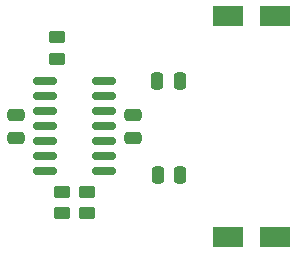
<source format=gbr>
%TF.GenerationSoftware,KiCad,Pcbnew,(6.0.2)*%
%TF.CreationDate,2022-04-19T11:47:42+01:00*%
%TF.ProjectId,1u-mult,31752d6d-756c-4742-9e6b-696361645f70,rev?*%
%TF.SameCoordinates,Original*%
%TF.FileFunction,Paste,Top*%
%TF.FilePolarity,Positive*%
%FSLAX46Y46*%
G04 Gerber Fmt 4.6, Leading zero omitted, Abs format (unit mm)*
G04 Created by KiCad (PCBNEW (6.0.2)) date 2022-04-19 11:47:42*
%MOMM*%
%LPD*%
G01*
G04 APERTURE LIST*
G04 Aperture macros list*
%AMRoundRect*
0 Rectangle with rounded corners*
0 $1 Rounding radius*
0 $2 $3 $4 $5 $6 $7 $8 $9 X,Y pos of 4 corners*
0 Add a 4 corners polygon primitive as box body*
4,1,4,$2,$3,$4,$5,$6,$7,$8,$9,$2,$3,0*
0 Add four circle primitives for the rounded corners*
1,1,$1+$1,$2,$3*
1,1,$1+$1,$4,$5*
1,1,$1+$1,$6,$7*
1,1,$1+$1,$8,$9*
0 Add four rect primitives between the rounded corners*
20,1,$1+$1,$2,$3,$4,$5,0*
20,1,$1+$1,$4,$5,$6,$7,0*
20,1,$1+$1,$6,$7,$8,$9,0*
20,1,$1+$1,$8,$9,$2,$3,0*%
G04 Aperture macros list end*
%ADD10R,2.500000X1.800000*%
%ADD11RoundRect,0.150000X-0.825000X-0.150000X0.825000X-0.150000X0.825000X0.150000X-0.825000X0.150000X0*%
%ADD12RoundRect,0.250000X0.250000X0.475000X-0.250000X0.475000X-0.250000X-0.475000X0.250000X-0.475000X0*%
%ADD13RoundRect,0.250000X-0.450000X0.262500X-0.450000X-0.262500X0.450000X-0.262500X0.450000X0.262500X0*%
%ADD14RoundRect,0.250000X0.450000X-0.262500X0.450000X0.262500X-0.450000X0.262500X-0.450000X-0.262500X0*%
%ADD15RoundRect,0.250000X-0.475000X0.250000X-0.475000X-0.250000X0.475000X-0.250000X0.475000X0.250000X0*%
%ADD16RoundRect,0.250000X0.475000X-0.250000X0.475000X0.250000X-0.475000X0.250000X-0.475000X-0.250000X0*%
G04 APERTURE END LIST*
D10*
%TO.C,D2*%
X19250000Y-1900000D03*
X23250000Y-1900000D03*
%TD*%
%TO.C,D1*%
X23250000Y-20600000D03*
X19250000Y-20600000D03*
%TD*%
D11*
%TO.C,IC1*%
X8750000Y-7340000D03*
X8750000Y-8610000D03*
X8750000Y-9880000D03*
X8750000Y-11150000D03*
X8750000Y-12420000D03*
X8750000Y-13690000D03*
X8750000Y-14960000D03*
X3800000Y-14960000D03*
X3800000Y-13690000D03*
X3800000Y-12420000D03*
X3800000Y-11150000D03*
X3800000Y-9880000D03*
X3800000Y-8610000D03*
X3800000Y-7340000D03*
%TD*%
D12*
%TO.C,C2*%
X13350000Y-15300000D03*
X15250000Y-15300000D03*
%TD*%
%TO.C,C1*%
X13300000Y-7350000D03*
X15200000Y-7350000D03*
%TD*%
D13*
%TO.C,R3*%
X7350000Y-18562500D03*
X7350000Y-16737500D03*
%TD*%
%TO.C,R2*%
X5200000Y-18562500D03*
X5200000Y-16737500D03*
%TD*%
D14*
%TO.C,R1*%
X4800000Y-3675000D03*
X4800000Y-5500000D03*
%TD*%
D15*
%TO.C,C4*%
X11200000Y-12150000D03*
X11200000Y-10250000D03*
%TD*%
D16*
%TO.C,C3*%
X1300000Y-10250000D03*
X1300000Y-12150000D03*
%TD*%
M02*

</source>
